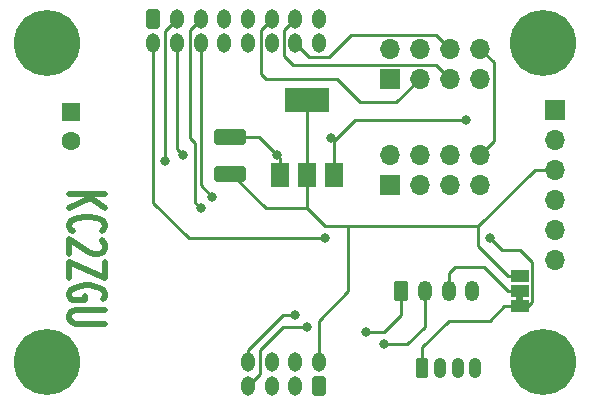
<source format=gbr>
%TF.GenerationSoftware,KiCad,Pcbnew,7.0.6*%
%TF.CreationDate,2023-08-24T17:15:49-04:00*%
%TF.ProjectId,mcumod-carrier-breakout,6d63756d-6f64-42d6-9361-72726965722d,rev?*%
%TF.SameCoordinates,Original*%
%TF.FileFunction,Copper,L1,Top*%
%TF.FilePolarity,Positive*%
%FSLAX46Y46*%
G04 Gerber Fmt 4.6, Leading zero omitted, Abs format (unit mm)*
G04 Created by KiCad (PCBNEW 7.0.6) date 2023-08-24 17:15:49*
%MOMM*%
%LPD*%
G01*
G04 APERTURE LIST*
G04 Aperture macros list*
%AMRoundRect*
0 Rectangle with rounded corners*
0 $1 Rounding radius*
0 $2 $3 $4 $5 $6 $7 $8 $9 X,Y pos of 4 corners*
0 Add a 4 corners polygon primitive as box body*
4,1,4,$2,$3,$4,$5,$6,$7,$8,$9,$2,$3,0*
0 Add four circle primitives for the rounded corners*
1,1,$1+$1,$2,$3*
1,1,$1+$1,$4,$5*
1,1,$1+$1,$6,$7*
1,1,$1+$1,$8,$9*
0 Add four rect primitives between the rounded corners*
20,1,$1+$1,$2,$3,$4,$5,0*
20,1,$1+$1,$4,$5,$6,$7,0*
20,1,$1+$1,$6,$7,$8,$9,0*
20,1,$1+$1,$8,$9,$2,$3,0*%
G04 Aperture macros list end*
%ADD10C,0.500000*%
%TA.AperFunction,NonConductor*%
%ADD11C,0.500000*%
%TD*%
%TA.AperFunction,ComponentPad*%
%ADD12RoundRect,0.250000X-0.350000X-0.575000X0.350000X-0.575000X0.350000X0.575000X-0.350000X0.575000X0*%
%TD*%
%TA.AperFunction,ComponentPad*%
%ADD13O,1.200000X1.650000*%
%TD*%
%TA.AperFunction,ComponentPad*%
%ADD14C,5.600000*%
%TD*%
%TA.AperFunction,ComponentPad*%
%ADD15RoundRect,0.250000X0.350000X0.575000X-0.350000X0.575000X-0.350000X-0.575000X0.350000X-0.575000X0*%
%TD*%
%TA.AperFunction,ComponentPad*%
%ADD16R,1.700000X1.700000*%
%TD*%
%TA.AperFunction,ComponentPad*%
%ADD17O,1.700000X1.700000*%
%TD*%
%TA.AperFunction,ComponentPad*%
%ADD18R,1.600000X1.600000*%
%TD*%
%TA.AperFunction,ComponentPad*%
%ADD19C,1.600000*%
%TD*%
%TA.AperFunction,SMDPad,CuDef*%
%ADD20R,1.500000X1.000000*%
%TD*%
%TA.AperFunction,SMDPad,CuDef*%
%ADD21R,1.500000X2.000000*%
%TD*%
%TA.AperFunction,SMDPad,CuDef*%
%ADD22R,3.800000X2.000000*%
%TD*%
%TA.AperFunction,SMDPad,CuDef*%
%ADD23RoundRect,0.250000X1.100000X-0.412500X1.100000X0.412500X-1.100000X0.412500X-1.100000X-0.412500X0*%
%TD*%
%TA.AperFunction,ComponentPad*%
%ADD24RoundRect,0.250000X-0.265000X-0.615000X0.265000X-0.615000X0.265000X0.615000X-0.265000X0.615000X0*%
%TD*%
%TA.AperFunction,ComponentPad*%
%ADD25O,1.030000X1.730000*%
%TD*%
%TA.AperFunction,ComponentPad*%
%ADD26RoundRect,0.250000X-0.350000X-0.625000X0.350000X-0.625000X0.350000X0.625000X-0.350000X0.625000X0*%
%TD*%
%TA.AperFunction,ComponentPad*%
%ADD27O,1.200000X1.750000*%
%TD*%
%TA.AperFunction,ViaPad*%
%ADD28C,0.800000*%
%TD*%
%TA.AperFunction,Conductor*%
%ADD29C,0.250000*%
%TD*%
G04 APERTURE END LIST*
D10*
D11*
X95893142Y-66805137D02*
X98893142Y-66805137D01*
X95893142Y-67947994D02*
X97607428Y-67090851D01*
X98893142Y-67947994D02*
X97178857Y-66805137D01*
X96178857Y-69947994D02*
X96036000Y-69852756D01*
X96036000Y-69852756D02*
X95893142Y-69567042D01*
X95893142Y-69567042D02*
X95893142Y-69376566D01*
X95893142Y-69376566D02*
X96036000Y-69090851D01*
X96036000Y-69090851D02*
X96321714Y-68900375D01*
X96321714Y-68900375D02*
X96607428Y-68805137D01*
X96607428Y-68805137D02*
X97178857Y-68709899D01*
X97178857Y-68709899D02*
X97607428Y-68709899D01*
X97607428Y-68709899D02*
X98178857Y-68805137D01*
X98178857Y-68805137D02*
X98464571Y-68900375D01*
X98464571Y-68900375D02*
X98750285Y-69090851D01*
X98750285Y-69090851D02*
X98893142Y-69376566D01*
X98893142Y-69376566D02*
X98893142Y-69567042D01*
X98893142Y-69567042D02*
X98750285Y-69852756D01*
X98750285Y-69852756D02*
X98607428Y-69947994D01*
X98607428Y-70709899D02*
X98750285Y-70805137D01*
X98750285Y-70805137D02*
X98893142Y-70995613D01*
X98893142Y-70995613D02*
X98893142Y-71471804D01*
X98893142Y-71471804D02*
X98750285Y-71662280D01*
X98750285Y-71662280D02*
X98607428Y-71757518D01*
X98607428Y-71757518D02*
X98321714Y-71852756D01*
X98321714Y-71852756D02*
X98036000Y-71852756D01*
X98036000Y-71852756D02*
X97607428Y-71757518D01*
X97607428Y-71757518D02*
X95893142Y-70614661D01*
X95893142Y-70614661D02*
X95893142Y-71852756D01*
X98893142Y-72519423D02*
X98893142Y-73852756D01*
X98893142Y-73852756D02*
X95893142Y-72519423D01*
X95893142Y-72519423D02*
X95893142Y-73852756D01*
X98750285Y-75662280D02*
X98893142Y-75471804D01*
X98893142Y-75471804D02*
X98893142Y-75186090D01*
X98893142Y-75186090D02*
X98750285Y-74900375D01*
X98750285Y-74900375D02*
X98464571Y-74709899D01*
X98464571Y-74709899D02*
X98178857Y-74614661D01*
X98178857Y-74614661D02*
X97607428Y-74519423D01*
X97607428Y-74519423D02*
X97178857Y-74519423D01*
X97178857Y-74519423D02*
X96607428Y-74614661D01*
X96607428Y-74614661D02*
X96321714Y-74709899D01*
X96321714Y-74709899D02*
X96036000Y-74900375D01*
X96036000Y-74900375D02*
X95893142Y-75186090D01*
X95893142Y-75186090D02*
X95893142Y-75376566D01*
X95893142Y-75376566D02*
X96036000Y-75662280D01*
X96036000Y-75662280D02*
X96178857Y-75757518D01*
X96178857Y-75757518D02*
X97178857Y-75757518D01*
X97178857Y-75757518D02*
X97178857Y-75376566D01*
X98893142Y-76614661D02*
X96464571Y-76614661D01*
X96464571Y-76614661D02*
X96178857Y-76709899D01*
X96178857Y-76709899D02*
X96036000Y-76805137D01*
X96036000Y-76805137D02*
X95893142Y-76995613D01*
X95893142Y-76995613D02*
X95893142Y-77376566D01*
X95893142Y-77376566D02*
X96036000Y-77567042D01*
X96036000Y-77567042D02*
X96178857Y-77662280D01*
X96178857Y-77662280D02*
X96464571Y-77757518D01*
X96464571Y-77757518D02*
X98893142Y-77757518D01*
%TA.AperFunction,EtchedComponent*%
%TO.C,JP1*%
G36*
X134300000Y-75900000D02*
G01*
X133700000Y-75900000D01*
X133700000Y-75400000D01*
X134300000Y-75400000D01*
X134300000Y-75900000D01*
G37*
%TD.AperFunction*%
%TD*%
D12*
%TO.P,J1,1,Pin_1*%
%TO.N,GND*%
X103000000Y-52000000D03*
D13*
%TO.P,J1,2,Pin_2*%
%TO.N,+3.3V*%
X103000000Y-54000000D03*
%TO.P,J1,3,Pin_3*%
%TO.N,IO0*%
X105000000Y-52000000D03*
%TO.P,J1,4,Pin_4*%
%TO.N,IO1*%
X105000000Y-54000000D03*
%TO.P,J1,5,Pin_5*%
%TO.N,IO2*%
X107000000Y-52000000D03*
%TO.P,J1,6,Pin_6*%
%TO.N,IO3*%
X107000000Y-54000000D03*
%TO.P,J1,7,Pin_7*%
%TO.N,IO6*%
X109000000Y-52000000D03*
%TO.P,J1,8,Pin_8*%
%TO.N,IO7*%
X109000000Y-54000000D03*
%TO.P,J1,9,Pin_9*%
%TO.N,IO8*%
X111000000Y-52000000D03*
%TO.P,J1,10,Pin_10*%
%TO.N,IO9*%
X111000000Y-54000000D03*
%TO.P,J1,11,Pin_11*%
%TO.N,IO10*%
X113000000Y-52000000D03*
%TO.P,J1,12,Pin_12*%
%TO.N,IO11*%
X113000000Y-54000000D03*
%TO.P,J1,13,Pin_13*%
%TO.N,IO12*%
X115000000Y-52000000D03*
%TO.P,J1,14,Pin_14*%
%TO.N,IO13*%
X115000000Y-54000000D03*
%TO.P,J1,15,Pin_15*%
%TO.N,GND*%
X117000000Y-52000000D03*
%TO.P,J1,16,Pin_16*%
%TO.N,+3.3V*%
X117000000Y-54000000D03*
%TD*%
D14*
%TO.P,H1,1,1*%
%TO.N,GND*%
X94000000Y-54000000D03*
%TD*%
D15*
%TO.P,J2,1,Pin_1*%
%TO.N,GND*%
X117000000Y-83000000D03*
D13*
%TO.P,J2,2,Pin_2*%
%TO.N,+5V*%
X117000000Y-81000000D03*
%TO.P,J2,3,Pin_3*%
%TO.N,IO4*%
X115000000Y-83000000D03*
%TO.P,J2,4,Pin_4*%
%TO.N,IO5*%
X115000000Y-81000000D03*
%TO.P,J2,5,Pin_5*%
%TO.N,RS485A*%
X113000000Y-83000000D03*
%TO.P,J2,6,Pin_6*%
%TO.N,RS485B*%
X113000000Y-81000000D03*
%TO.P,J2,7,Pin_7*%
%TO.N,P0*%
X111000000Y-83000000D03*
%TO.P,J2,8,Pin_8*%
%TO.N,P1*%
X111000000Y-81000000D03*
%TD*%
D14*
%TO.P,H2,1,1*%
%TO.N,GND*%
X136000000Y-54000000D03*
%TD*%
D16*
%TO.P,J6,1,Pin_1*%
%TO.N,IO0*%
X123000000Y-66000000D03*
D17*
%TO.P,J6,2,Pin_2*%
%TO.N,IO1*%
X123000000Y-63460000D03*
%TO.P,J6,3,Pin_3*%
%TO.N,IO2*%
X125540000Y-66000000D03*
%TO.P,J6,4,Pin_4*%
%TO.N,IO3*%
X125540000Y-63460000D03*
%TO.P,J6,5,Pin_5*%
%TO.N,IO6*%
X128080000Y-66000000D03*
%TO.P,J6,6,Pin_6*%
%TO.N,IO7*%
X128080000Y-63460000D03*
%TO.P,J6,7,Pin_7*%
%TO.N,GND*%
X130620000Y-66000000D03*
%TO.P,J6,8,Pin_8*%
%TO.N,+3.3V*%
X130620000Y-63460000D03*
%TD*%
D18*
%TO.P,C2,1*%
%TO.N,+12V*%
X96000000Y-59794888D03*
D19*
%TO.P,C2,2*%
%TO.N,GND*%
X96000000Y-62294888D03*
%TD*%
D20*
%TO.P,JP1,1,A*%
%TO.N,+3.3V*%
X134000000Y-76300000D03*
%TO.P,JP1,2,C*%
%TO.N,Net-(J5-Pin_3)*%
X134000000Y-75000000D03*
%TO.P,JP1,3,B*%
%TO.N,+5V*%
X134000000Y-73700000D03*
%TD*%
D21*
%TO.P,U1,1,GND*%
%TO.N,GND*%
X113700000Y-65150000D03*
%TO.P,U1,2,VO*%
%TO.N,+5V*%
X116000000Y-65150000D03*
D22*
X116000000Y-58850000D03*
D21*
%TO.P,U1,3,VI*%
%TO.N,+12V*%
X118300000Y-65150000D03*
%TD*%
D23*
%TO.P,C1,1*%
%TO.N,+5V*%
X109500000Y-65062500D03*
%TO.P,C1,2*%
%TO.N,GND*%
X109500000Y-61937500D03*
%TD*%
D24*
%TO.P,J4,1,Pin_1*%
%TO.N,+3.3V*%
X125750000Y-81550000D03*
D25*
%TO.P,J4,2,Pin_2*%
%TO.N,P0*%
X127250000Y-81550000D03*
%TO.P,J4,3,Pin_3*%
%TO.N,P1*%
X128750000Y-81550000D03*
%TO.P,J4,4,Pin_4*%
%TO.N,GND*%
X130250000Y-81550000D03*
%TD*%
D26*
%TO.P,J5,1,Pin_1*%
%TO.N,IO4*%
X124000000Y-75000000D03*
D27*
%TO.P,J5,2,Pin_2*%
%TO.N,IO5*%
X126000000Y-75000000D03*
%TO.P,J5,3,Pin_3*%
%TO.N,Net-(J5-Pin_3)*%
X128000000Y-75000000D03*
%TO.P,J5,4,Pin_4*%
%TO.N,GND*%
X130000000Y-75000000D03*
%TD*%
D16*
%TO.P,J3,1,Pin_1*%
%TO.N,+12V*%
X137000000Y-59650000D03*
D17*
%TO.P,J3,2,Pin_2*%
%TO.N,GND*%
X137000000Y-62190000D03*
%TO.P,J3,3,Pin_3*%
%TO.N,+5V*%
X137000000Y-64730000D03*
%TO.P,J3,4,Pin_4*%
%TO.N,GND*%
X137000000Y-67270000D03*
%TO.P,J3,5,Pin_5*%
%TO.N,RS485A*%
X137000000Y-69810000D03*
%TO.P,J3,6,Pin_6*%
%TO.N,RS485B*%
X137000000Y-72350000D03*
%TD*%
D14*
%TO.P,H4,1,1*%
%TO.N,GND*%
X136000000Y-81000000D03*
%TD*%
%TO.P,H3,1,1*%
%TO.N,GND*%
X94000000Y-81000000D03*
%TD*%
D16*
%TO.P,J7,1,Pin_1*%
%TO.N,IO8*%
X123000000Y-57000000D03*
D17*
%TO.P,J7,2,Pin_2*%
%TO.N,IO9*%
X123000000Y-54460000D03*
%TO.P,J7,3,Pin_3*%
%TO.N,IO10*%
X125540000Y-57000000D03*
%TO.P,J7,4,Pin_4*%
%TO.N,IO11*%
X125540000Y-54460000D03*
%TO.P,J7,5,Pin_5*%
%TO.N,IO12*%
X128080000Y-57000000D03*
%TO.P,J7,6,Pin_6*%
%TO.N,IO13*%
X128080000Y-54460000D03*
%TO.P,J7,7,Pin_7*%
%TO.N,GND*%
X130620000Y-57000000D03*
%TO.P,J7,8,Pin_8*%
%TO.N,+3.3V*%
X130620000Y-54460000D03*
%TD*%
D28*
%TO.N,GND*%
X113500000Y-63500000D03*
%TO.N,+3.3V*%
X117500000Y-70500000D03*
X131500000Y-70500000D03*
%TO.N,IO0*%
X104000000Y-64000000D03*
%TO.N,IO1*%
X105500000Y-63500000D03*
%TO.N,IO2*%
X107000000Y-68000000D03*
%TO.N,IO3*%
X108000000Y-67000000D03*
%TO.N,IO4*%
X121000000Y-78500000D03*
%TO.N,IO5*%
X122500000Y-79500000D03*
%TO.N,P0*%
X116000000Y-78000000D03*
%TO.N,P1*%
X115000000Y-77000000D03*
%TO.N,+12V*%
X118000000Y-62000000D03*
X129500000Y-60500000D03*
%TD*%
D29*
%TO.N,GND*%
X113700000Y-63700000D02*
X113700000Y-65150000D01*
X109500000Y-61937500D02*
X111937500Y-61937500D01*
X113500000Y-63500000D02*
X113700000Y-63700000D01*
X111937500Y-61937500D02*
X113500000Y-63500000D01*
%TO.N,+3.3V*%
X103000000Y-67500000D02*
X103000000Y-54000000D01*
X117500000Y-70500000D02*
X106000000Y-70500000D01*
X131500000Y-77500000D02*
X132700000Y-76300000D01*
X106000000Y-70500000D02*
X103000000Y-67500000D01*
X135075000Y-72575000D02*
X135075000Y-75925000D01*
X132500000Y-71500000D02*
X131500000Y-70500000D01*
X131795000Y-62285000D02*
X130620000Y-63460000D01*
X135075000Y-75925000D02*
X134700000Y-76300000D01*
X131795000Y-55635000D02*
X131795000Y-62285000D01*
X125750000Y-81550000D02*
X125750000Y-79750000D01*
X125750000Y-79750000D02*
X128000000Y-77500000D01*
X130620000Y-54460000D02*
X131795000Y-55635000D01*
X128000000Y-77500000D02*
X131500000Y-77500000D01*
X132500000Y-71500000D02*
X134000000Y-71500000D01*
X134000000Y-71500000D02*
X135075000Y-72575000D01*
X132700000Y-76300000D02*
X134000000Y-76300000D01*
X134700000Y-76300000D02*
X134000000Y-76300000D01*
%TO.N,IO0*%
X104000000Y-53000000D02*
X104000000Y-64000000D01*
X105000000Y-52000000D02*
X104000000Y-53000000D01*
%TO.N,IO1*%
X105000000Y-63000000D02*
X105500000Y-63500000D01*
X105000000Y-54000000D02*
X105000000Y-63000000D01*
%TO.N,IO2*%
X107000000Y-52000000D02*
X106075000Y-52925000D01*
X106500000Y-67500000D02*
X107000000Y-68000000D01*
X106075000Y-52925000D02*
X106075000Y-62075000D01*
X106500000Y-62500000D02*
X106500000Y-67500000D01*
X106075000Y-62075000D02*
X106500000Y-62500000D01*
%TO.N,IO3*%
X107000000Y-66000000D02*
X108000000Y-67000000D01*
X107000000Y-64741888D02*
X107000000Y-66000000D01*
X107000000Y-54000000D02*
X107000000Y-64741888D01*
%TO.N,IO10*%
X112075000Y-56575000D02*
X112500000Y-57000000D01*
X120500000Y-59000000D02*
X123540000Y-59000000D01*
X112500000Y-57000000D02*
X118500000Y-57000000D01*
X123540000Y-59000000D02*
X125540000Y-57000000D01*
X112075000Y-52925000D02*
X112075000Y-56575000D01*
X118500000Y-57000000D02*
X120500000Y-59000000D01*
X113000000Y-52000000D02*
X112075000Y-52925000D01*
%TO.N,IO12*%
X115000000Y-52000000D02*
X114075000Y-52925000D01*
X126905000Y-55825000D02*
X128080000Y-57000000D01*
X114075000Y-52925000D02*
X114075000Y-55075000D01*
X114075000Y-55075000D02*
X114825000Y-55825000D01*
X114825000Y-55825000D02*
X126905000Y-55825000D01*
%TO.N,IO13*%
X116150000Y-55150000D02*
X115000000Y-54000000D01*
X119715000Y-53285000D02*
X117850000Y-55150000D01*
X128080000Y-54460000D02*
X126905000Y-53285000D01*
X117850000Y-55150000D02*
X116150000Y-55150000D01*
X126905000Y-53285000D02*
X119715000Y-53285000D01*
%TO.N,+5V*%
X117500000Y-69500000D02*
X119500000Y-69500000D01*
X116000000Y-65150000D02*
X116000000Y-58850000D01*
X137000000Y-64730000D02*
X135270000Y-64730000D01*
X116000000Y-65150000D02*
X116000000Y-68000000D01*
X109500000Y-65062500D02*
X109562500Y-65062500D01*
X117000000Y-77500000D02*
X119500000Y-75000000D01*
X117000000Y-81000000D02*
X117000000Y-77500000D01*
X116000000Y-68000000D02*
X117500000Y-69500000D01*
X119500000Y-75000000D02*
X119500000Y-69500000D01*
X112500000Y-68000000D02*
X116000000Y-68000000D01*
X130500000Y-69500000D02*
X119500000Y-69500000D01*
X133000000Y-73700000D02*
X130500000Y-71200000D01*
X130500000Y-71200000D02*
X130500000Y-69500000D01*
X134000000Y-73700000D02*
X133000000Y-73700000D01*
X109562500Y-65062500D02*
X112500000Y-68000000D01*
X135270000Y-64730000D02*
X130500000Y-69500000D01*
%TO.N,IO4*%
X121000000Y-78500000D02*
X122500000Y-78500000D01*
X122500000Y-78500000D02*
X124000000Y-77000000D01*
X124000000Y-77000000D02*
X124000000Y-75000000D01*
%TO.N,IO5*%
X124500000Y-79500000D02*
X126000000Y-78000000D01*
X122500000Y-79500000D02*
X124500000Y-79500000D01*
X126000000Y-78000000D02*
X126000000Y-75000000D01*
%TO.N,RS485B*%
X113000000Y-81000000D02*
X113000000Y-80363604D01*
%TO.N,P0*%
X112000000Y-80000000D02*
X114000000Y-78000000D01*
X114000000Y-78000000D02*
X116000000Y-78000000D01*
X111000000Y-83000000D02*
X112000000Y-82000000D01*
X112000000Y-82000000D02*
X112000000Y-80000000D01*
%TO.N,P1*%
X111000000Y-81000000D02*
X111000000Y-80000000D01*
X111000000Y-80000000D02*
X114000000Y-77000000D01*
X114000000Y-77000000D02*
X115000000Y-77000000D01*
%TO.N,+12V*%
X118300000Y-62300000D02*
X118300000Y-65150000D01*
X118300000Y-62300000D02*
X120100000Y-60500000D01*
X120100000Y-60500000D02*
X129500000Y-60500000D01*
X118000000Y-62000000D02*
X118300000Y-62300000D01*
%TO.N,Net-(J5-Pin_3)*%
X133000000Y-75000000D02*
X131000000Y-73000000D01*
X131000000Y-73000000D02*
X128500000Y-73000000D01*
X128000000Y-73500000D02*
X128000000Y-75000000D01*
X128500000Y-73000000D02*
X128000000Y-73500000D01*
X134000000Y-75000000D02*
X133000000Y-75000000D01*
%TD*%
M02*

</source>
